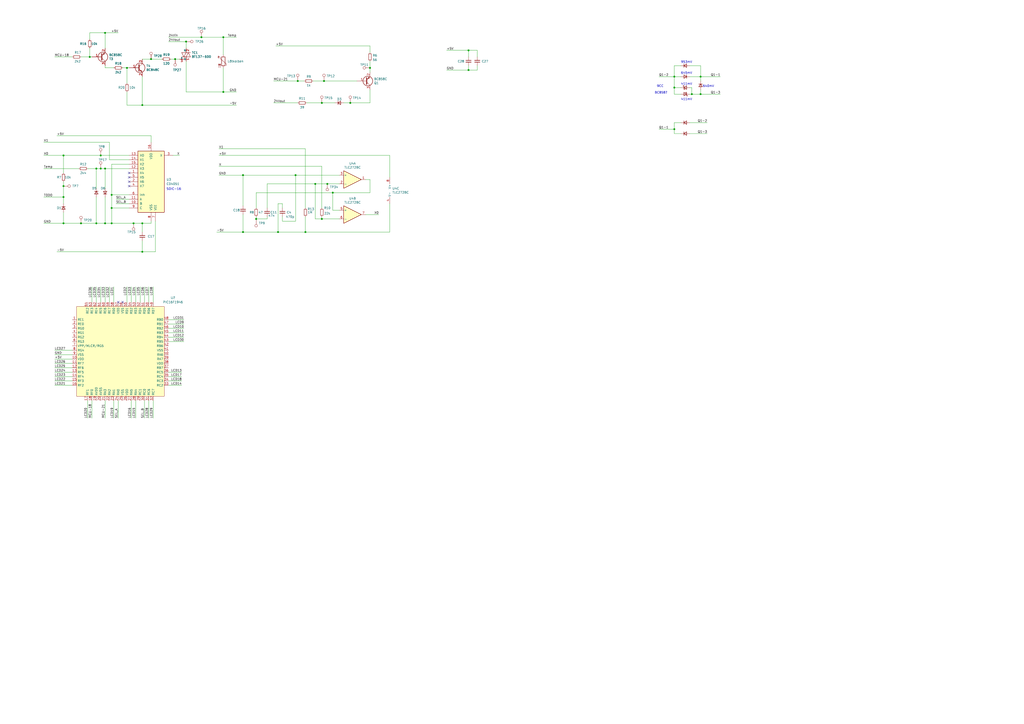
<source format=kicad_sch>
(kicad_sch (version 20211123) (generator eeschema)
  (paper "A2")
  (lib_symbols
    (symbol "Connector:TestPoint" (pin_numbers hide) (pin_names (offset 0.762) hide)
      (property "Reference" "TP" (at 0 6.858 0))
      (property "Value" "TestPoint" (at 0 5.08 0))
      (symbol "TestPoint_0_1"
        (circle (center 0 3.302) (radius 0.762))
      )
      (symbol "TestPoint_1_1"
        (pin passive line (at 0 0 90) (length 2.54) (name "1") (number "1"))
      )
    )
    (symbol "Device:D_Schottky_Small" (pin_numbers hide) (pin_names (offset 0.254) hide)
      (property "Reference" "D" (at -1.27 2.032 0))
      (property "Value" "D_Schottky_Small" (at -7.112 -2.032 0))
      (symbol "D_Schottky_Small_0_1"
        (polyline (pts (xy -0.762 0) (xy 0.762 0)))
        (polyline (pts (xy 0.762 -1.016) (xy -0.762 0) (xy 0.762 1.016) (xy 0.762 -1.016)) (stroke (width 0.254)))
        (polyline (pts (xy -1.27 0.762) (xy -1.27 1.016) (xy -0.762 1.016) (xy -0.762 -1.016) (xy -0.254 -1.016) (xy -0.254 -0.762)) (stroke (width 0.254)))
      )
      (symbol "D_Schottky_Small_1_1"
        (pin passive line (at -2.54 0 0) (length 1.778) (name "K") (number "1"))
        (pin passive line (at 2.54 0 180) (length 1.778) (name "A") (number "2"))
      )
    )
    (symbol "Device:D_Small" (pin_numbers hide) (pin_names (offset 0.254) hide)
      (property "Reference" "D" (at -1.27 2.032 0))
      (property "Value" "D_Small" (at -3.81 -2.032 0))
      (symbol "D_Small_0_1"
        (polyline (pts (xy -0.762 -1.016) (xy -0.762 1.016)) (stroke (width 0.254)))
        (polyline (pts (xy -0.762 0) (xy 0.762 0)))
        (polyline (pts (xy 0.762 -1.016) (xy -0.762 0) (xy 0.762 1.016) (xy 0.762 -1.016)) (stroke (width 0.254)))
      )
      (symbol "D_Small_1_1"
        (pin passive line (at -2.54 0 0) (length 1.778) (name "K") (number "1"))
        (pin passive line (at 2.54 0 180) (length 1.778) (name "A") (number "2"))
      )
    )
    (symbol "Device:R_Small" (pin_numbers hide) (pin_names (offset 0.254) hide)
      (property "Reference" "R" (at 0.762 0.508 0))
      (property "Value" "R_Small" (at 0.762 -1.016 0))
      (symbol "R_Small_0_1"
        (rectangle (start -0.762 1.778) (end 0.762 -1.778) (stroke (width 0.2032)))
      )
      (symbol "R_Small_1_1"
        (pin passive line (at 0 2.54 270) (length 0.762) (name "~") (number "1"))
        (pin passive line (at 0 -2.54 90) (length 0.762) (name "~") (number "2"))
      )
    )
    (symbol "RDS80-rescue:4051-4xxx-RDS80-rescue" (pin_names (offset 1.016))
      (property "Reference" "U" (at -7.62 19.05 0))
      (property "Value" "4051-4xxx-RDS80-rescue" (at -7.62 -19.05 0))
      (symbol "4051-4xxx-RDS80-rescue_1_0"
        (pin passive line (at -12.7 5.08 0) (length 5.08) (name "X4") (number "1"))
        (pin input line (at -12.7 -12.7 0) (length 5.08) (name "B") (number "10"))
        (pin input line (at -12.7 -10.16 0) (length 5.08) (name "A") (number "11"))
        (pin passive line (at -12.7 7.62 0) (length 5.08) (name "X3") (number "12"))
        (pin passive line (at -12.7 15.24 0) (length 5.08) (name "X0") (number "13"))
        (pin passive line (at -12.7 12.7 0) (length 5.08) (name "X1") (number "14"))
        (pin passive line (at -12.7 10.16 0) (length 5.08) (name "X2") (number "15"))
        (pin power_in line (at 0 22.86 270) (length 5.08) (name "VDD") (number "16"))
        (pin passive line (at -12.7 0 0) (length 5.08) (name "X6") (number "2"))
        (pin passive line (at 12.7 15.24 180) (length 5.08) (name "X") (number "3"))
        (pin passive line (at -12.7 -2.54 0) (length 5.08) (name "X7") (number "4"))
        (pin passive line (at -12.7 2.54 0) (length 5.08) (name "X5") (number "5"))
        (pin input line (at -12.7 -7.62 0) (length 5.08) (name "Inh") (number "6"))
        (pin power_in line (at 2.54 -22.86 90) (length 5.08) (name "VEE") (number "7"))
        (pin power_in line (at 0 -22.86 90) (length 5.08) (name "VSS") (number "8"))
        (pin input line (at -12.7 -15.24 0) (length 5.08) (name "C") (number "9"))
      )
      (symbol "4051-4xxx-RDS80-rescue_1_1"
        (rectangle (start -7.62 17.78) (end 7.62 -17.78) (stroke (width 0.254)) (fill (type background)))
      )
    )
    (symbol "RDS80-rescue:C_Small-Device-RDS80-rescue" (pin_numbers hide) (pin_names (offset 0.254) hide)
      (property "Reference" "C" (at 0.254 1.778 0))
      (property "Value" "C_Small-Device-RDS80-rescue" (at 0.254 -2.032 0))
      (symbol "C_Small-Device-RDS80-rescue_0_1"
        (polyline (pts (xy -1.524 -0.508) (xy 1.524 -0.508)) (stroke (width 0.3302)))
        (polyline (pts (xy -1.524 0.508) (xy 1.524 0.508)) (stroke (width 0.3048)))
      )
      (symbol "C_Small-Device-RDS80-rescue_1_1"
        (pin passive line (at 0 2.54 270) (length 2.032) (name "~") (number "1"))
        (pin passive line (at 0 -2.54 90) (length 2.032) (name "~") (number "2"))
      )
    )
    (symbol "RDS80-rescue:D_Small-Device-RDS80-rescue" (pin_numbers hide) (pin_names (offset 0.254) hide)
      (property "Reference" "D" (at -1.27 2.032 0))
      (property "Value" "D_Small-Device-RDS80-rescue" (at -3.81 -2.032 0))
      (symbol "D_Small-Device-RDS80-rescue_0_1"
        (polyline (pts (xy -0.762 -1.016) (xy -0.762 1.016)) (stroke (width 0.254)))
        (polyline (pts (xy -0.762 0) (xy 0.762 0)))
        (polyline (pts (xy 0.762 -1.016) (xy -0.762 0) (xy 0.762 1.016) (xy 0.762 -1.016)) (stroke (width 0.254)))
      )
      (symbol "D_Small-Device-RDS80-rescue_1_1"
        (pin passive line (at -2.54 0 0) (length 1.778) (name "K") (number "1"))
        (pin passive line (at 2.54 0 180) (length 1.778) (name "A") (number "2"))
      )
    )
    (symbol "RDS80-rescue:Q_NPN_BEC-Device-RDS80-rescue" (pin_names (offset 0) hide)
      (property "Reference" "Q" (at 5.08 1.27 0))
      (property "Value" "Q_NPN_BEC-Device-RDS80-rescue" (at 5.08 -1.27 0))
      (symbol "Q_NPN_BEC-Device-RDS80-rescue_0_1"
        (polyline (pts (xy 0.635 0.635) (xy 2.54 2.54)))
        (polyline (pts (xy 0.635 -0.635) (xy 2.54 -2.54) (xy 2.54 -2.54)))
        (polyline (pts (xy 0.635 1.905) (xy 0.635 -1.905) (xy 0.635 -1.905)) (stroke (width 0.508)))
        (polyline (pts (xy 1.27 -1.778) (xy 1.778 -1.27) (xy 2.286 -2.286) (xy 1.27 -1.778) (xy 1.27 -1.778)) (fill (type outline)))
        (circle (center 1.27 0) (radius 2.8194) (stroke (width 0.254)))
      )
      (symbol "Q_NPN_BEC-Device-RDS80-rescue_1_1"
        (pin input line (at -5.08 0 0) (length 5.715) (name "B") (number "1"))
        (pin passive line (at 2.54 -5.08 90) (length 2.54) (name "E") (number "2"))
        (pin passive line (at 2.54 5.08 270) (length 2.54) (name "C") (number "3"))
      )
    )
    (symbol "RDS80-rescue:Q_PNP_BEC-Device-RDS80-rescue" (pin_names (offset 0) hide)
      (property "Reference" "Q" (at 5.08 1.27 0))
      (property "Value" "Q_PNP_BEC-Device-RDS80-rescue" (at 5.08 -1.27 0))
      (symbol "Q_PNP_BEC-Device-RDS80-rescue_0_1"
        (polyline (pts (xy 0.635 0.635) (xy 2.54 2.54)))
        (polyline (pts (xy 0.635 -0.635) (xy 2.54 -2.54) (xy 2.54 -2.54)))
        (polyline (pts (xy 0.635 1.905) (xy 0.635 -1.905) (xy 0.635 -1.905)) (stroke (width 0.508)))
        (polyline (pts (xy 2.286 -1.778) (xy 1.778 -2.286) (xy 1.27 -1.27) (xy 2.286 -1.778) (xy 2.286 -1.778)) (fill (type outline)))
        (circle (center 1.27 0) (radius 2.8194) (stroke (width 0.254)))
      )
      (symbol "Q_PNP_BEC-Device-RDS80-rescue_1_1"
        (pin input line (at -5.08 0 0) (length 5.715) (name "B") (number "1"))
        (pin passive line (at 2.54 -5.08 90) (length 2.54) (name "E") (number "2"))
        (pin passive line (at 2.54 5.08 270) (length 2.54) (name "C") (number "3"))
      )
    )
    (symbol "RDS80-rescue:Q_TRIAC_A1A2G-Device-RDS80-rescue" (pin_names (offset 0))
      (property "Reference" "D" (at 3.175 0.635 0))
      (property "Value" "Q_TRIAC_A1A2G-Device-RDS80-rescue" (at 3.175 -1.27 0))
      (symbol "Q_TRIAC_A1A2G-Device-RDS80-rescue_0_1"
        (polyline (pts (xy -2.54 -1.27) (xy 2.54 -1.27)) (stroke (width 0.2032)))
        (polyline (pts (xy -2.54 1.27) (xy 2.54 1.27)) (stroke (width 0.2032)))
        (polyline (pts (xy -1.27 -2.54) (xy -0.635 -1.27)))
        (polyline (pts (xy -2.54 1.27) (xy -1.27 -1.27) (xy 0 1.27)) (stroke (width 0.2032)))
        (polyline (pts (xy 0 -1.27) (xy 1.27 1.27) (xy 2.54 -1.27)) (stroke (width 0.2032)))
      )
      (symbol "Q_TRIAC_A1A2G-Device-RDS80-rescue_1_1"
        (pin passive line (at 0 -3.81 90) (length 2.54) (name "A1") (number "1"))
        (pin passive line (at 0 3.81 270) (length 2.54) (name "A2") (number "2"))
        (pin input line (at -3.81 -2.54 0) (length 2.54) (name "G") (number "3"))
      )
    )
    (symbol "RDS80-rescue:R_Small-Device-RDS80-rescue" (pin_numbers hide) (pin_names (offset 0.254) hide)
      (property "Reference" "R" (at 0.762 0.508 0))
      (property "Value" "R_Small-Device-RDS80-rescue" (at 0.762 -1.016 0))
      (symbol "R_Small-Device-RDS80-rescue_0_1"
        (rectangle (start -0.762 1.778) (end 0.762 -1.778) (stroke (width 0.2032)))
      )
      (symbol "R_Small-Device-RDS80-rescue_1_1"
        (pin passive line (at 0 2.54 270) (length 0.762) (name "~") (number "1"))
        (pin passive line (at 0 -2.54 90) (length 0.762) (name "~") (number "2"))
      )
    )
    (symbol "RDS80-rescue:TLC272-Amplifier_Operational-RDS80-rescue" (pin_names (offset 0.127))
      (property "Reference" "U" (at 0 5.08 0))
      (property "Value" "TLC272-Amplifier_Operational-RDS80-rescue" (at 0 -5.08 0))
      (symbol "TLC272-Amplifier_Operational-RDS80-rescue_1_1"
        (polyline (pts (xy -5.08 5.08) (xy 5.08 0) (xy -5.08 -5.08) (xy -5.08 5.08)) (stroke (width 0.254)) (fill (type background)))
        (pin output line (at 7.62 0 180) (length 2.54) (name "~") (number "1"))
        (pin input line (at -7.62 -2.54 0) (length 2.54) (name "-") (number "2"))
        (pin input line (at -7.62 2.54 0) (length 2.54) (name "+") (number "3"))
      )
      (symbol "TLC272-Amplifier_Operational-RDS80-rescue_2_1"
        (polyline (pts (xy -5.08 5.08) (xy 5.08 0) (xy -5.08 -5.08) (xy -5.08 5.08)) (stroke (width 0.254)) (fill (type background)))
        (pin input line (at -7.62 2.54 0) (length 2.54) (name "+") (number "5"))
        (pin input line (at -7.62 -2.54 0) (length 2.54) (name "-") (number "6"))
        (pin output line (at 7.62 0 180) (length 2.54) (name "~") (number "7"))
      )
      (symbol "TLC272-Amplifier_Operational-RDS80-rescue_3_1"
        (pin power_in line (at -2.54 -7.62 90) (length 3.81) (name "V-") (number "4"))
        (pin power_in line (at -2.54 7.62 270) (length 3.81) (name "V+") (number "8"))
      )
    )
    (symbol "RDS80-rescue:TestPoint-Connector-RDS80-rescue" (pin_numbers hide) (pin_names (offset 0.762) hide)
      (property "Reference" "TP" (at 0 6.858 0))
      (property "Value" "TestPoint-Connector-RDS80-rescue" (at 0 5.08 0))
      (symbol "TestPoint-Connector-RDS80-rescue_0_1"
        (circle (center 0 3.302) (radius 0.762))
      )
      (symbol "TestPoint-Connector-RDS80-rescue_1_1"
        (pin passive line (at 0 0 90) (length 2.54) (name "1") (number "1"))
      )
    )
    (symbol "RDS80-rescue:Thermistor_PTC-Device-RDS80-rescue" (pin_numbers hide) (pin_names (offset 0))
      (property "Reference" "TH" (at -4.064 0 90))
      (property "Value" "Thermistor_PTC-Device-RDS80-rescue" (at 3.048 0 90))
      (symbol "Thermistor_PTC-Device-RDS80-rescue_0_1"
        (arc (start -3.048 2.159) (mid -3.0505 2.3165) (end -3.175 2.413))
        (arc (start -3.048 2.159) (mid -2.9736 1.9794) (end -2.794 1.905))
        (arc (start -3.048 2.794) (mid -2.9736 2.6144) (end -2.794 2.54))
        (arc (start -2.794 1.905) (mid -2.6144 1.9794) (end -2.54 2.159))
        (arc (start -2.794 2.54) (mid -2.434 2.5608) (end -2.159 2.794))
        (arc (start -2.794 3.048) (mid -2.9736 2.9736) (end -3.048 2.794))
        (arc (start -2.54 2.794) (mid -2.6144 2.9736) (end -2.794 3.048))
        (rectangle (start -1.016 2.54) (end 1.016 -2.54) (stroke (width 0.254)))
        (polyline (pts (xy -2.54 2.159) (xy -2.54 2.794)))
        (polyline (pts (xy -1.778 2.54) (xy -1.778 1.524) (xy 1.778 -1.524) (xy 1.778 -2.54)))
        (polyline (pts (xy -2.54 -3.683) (xy -2.54 -1.397) (xy -2.794 -2.159) (xy -2.286 -2.159) (xy -2.54 -1.397) (xy -2.54 -1.651)) (fill (type outline)))
        (polyline (pts (xy -1.778 -3.683) (xy -1.778 -1.397) (xy -2.032 -2.159) (xy -1.524 -2.159) (xy -1.778 -1.397) (xy -1.778 -1.651)) (fill (type outline)))
      )
      (symbol "Thermistor_PTC-Device-RDS80-rescue_1_1"
        (pin passive line (at 0 3.81 270) (length 1.27) (name "~") (number "1"))
        (pin passive line (at 0 -3.81 90) (length 1.27) (name "~") (number "2"))
      )
    )
    (symbol "em:PIC16F1946"
      (property "Reference" "U" (at 0 -24.13 0))
      (property "Value" "PIC16F1946" (at 0 -21.59 0))
      (symbol "PIC16F1946_0_1"
        (rectangle (start -25.4 -8.89) (end 25.4 -60.96) (stroke (width 0.1524)) (fill (type background)))
      )
      (symbol "PIC16F1946_1_1"
        (pin bidirectional line (at -27.94 -16.51 0) (length 2.54) (name "RE1") (number "1"))
        (pin power_in line (at -27.94 -39.37 0) (length 2.54) (name "VDD") (number "10"))
        (pin bidirectional line (at -27.94 -41.91 0) (length 2.54) (name "RF7") (number "11"))
        (pin bidirectional line (at -27.94 -44.45 0) (length 2.54) (name "RF6") (number "12"))
        (pin bidirectional line (at -27.94 -46.99 0) (length 2.54) (name "RF5") (number "13"))
        (pin bidirectional line (at -27.94 -49.53 0) (length 2.54) (name "RF4") (number "14"))
        (pin bidirectional line (at -27.94 -52.07 0) (length 2.54) (name "RF3") (number "15"))
        (pin bidirectional line (at -27.94 -54.61 0) (length 2.54) (name "RF2") (number "16"))
        (pin bidirectional line (at -19.05 -63.5 90) (length 2.54) (name "RF1") (number "17"))
        (pin bidirectional line (at -16.51 -63.5 90) (length 2.54) (name "RF0") (number "18"))
        (pin power_in line (at -13.97 -63.5 90) (length 2.54) (name "AVDD") (number "19"))
        (pin bidirectional line (at -27.94 -19.05 0) (length 2.54) (name "RE0") (number "2"))
        (pin power_in line (at -11.43 -63.5 90) (length 2.54) (name "AVSS") (number "20"))
        (pin bidirectional line (at -8.89 -63.5 90) (length 2.54) (name "RA3") (number "21"))
        (pin bidirectional line (at -6.35 -63.5 90) (length 2.54) (name "RA2") (number "22"))
        (pin bidirectional line (at -3.81 -63.5 90) (length 2.54) (name "RA1") (number "23"))
        (pin bidirectional line (at -1.27 -63.5 90) (length 2.54) (name "RA0") (number "24"))
        (pin power_in line (at 1.27 -63.5 90) (length 2.54) (name "VSS") (number "25"))
        (pin power_in line (at 3.81 -63.5 90) (length 2.54) (name "VDD") (number "26"))
        (pin bidirectional line (at 6.35 -63.5 90) (length 2.54) (name "RA5") (number "27"))
        (pin bidirectional line (at 8.89 -63.5 90) (length 2.54) (name "RA4") (number "28"))
        (pin bidirectional line (at 11.43 -63.5 90) (length 2.54) (name "RC1") (number "29"))
        (pin bidirectional line (at -27.94 -21.59 0) (length 2.54) (name "RG0") (number "3"))
        (pin bidirectional line (at 13.97 -63.5 90) (length 2.54) (name "RC0") (number "30"))
        (pin bidirectional line (at 16.51 -63.5 90) (length 2.54) (name "RC6") (number "31"))
        (pin bidirectional line (at 19.05 -63.5 90) (length 2.54) (name "RC7") (number "32"))
        (pin bidirectional line (at 27.94 -54.61 180) (length 2.54) (name "RC2") (number "33"))
        (pin bidirectional line (at 27.94 -52.07 180) (length 2.54) (name "RC3") (number "34"))
        (pin bidirectional line (at 27.94 -49.53 180) (length 2.54) (name "RC4") (number "35"))
        (pin bidirectional line (at 27.94 -46.99 180) (length 2.54) (name "RC5") (number "36"))
        (pin bidirectional line (at 27.94 -44.45 180) (length 2.54) (name "RB7") (number "37"))
        (pin power_in line (at 27.94 -41.91 180) (length 2.54) (name "VDD") (number "38"))
        (pin bidirectional line (at 27.94 -39.37 180) (length 2.54) (name "RA7") (number "39"))
        (pin bidirectional line (at -27.94 -24.13 0) (length 2.54) (name "RG1") (number "4"))
        (pin bidirectional line (at 27.94 -36.83 180) (length 2.54) (name "RA6") (number "40"))
        (pin power_in line (at 27.94 -34.29 180) (length 2.54) (name "VSS") (number "41"))
        (pin bidirectional line (at 27.94 -31.75 180) (length 2.54) (name "RB6") (number "42"))
        (pin bidirectional line (at 27.94 -29.21 180) (length 2.54) (name "RB5") (number "43"))
        (pin bidirectional line (at 27.94 -26.67 180) (length 2.54) (name "RB4") (number "44"))
        (pin bidirectional line (at 27.94 -24.13 180) (length 2.54) (name "RB3") (number "45"))
        (pin bidirectional line (at 27.94 -21.59 180) (length 2.54) (name "RB2") (number "46"))
        (pin bidirectional line (at 27.94 -19.05 180) (length 2.54) (name "RB1") (number "47"))
        (pin bidirectional line (at 27.94 -16.51 180) (length 2.54) (name "RB0") (number "48"))
        (pin bidirectional line (at 19.05 -6.35 270) (length 2.54) (name "RD7") (number "49"))
        (pin bidirectional line (at -27.94 -26.67 0) (length 2.54) (name "RG2") (number "5"))
        (pin bidirectional line (at 16.51 -6.35 270) (length 2.54) (name "RD6") (number "50"))
        (pin bidirectional line (at 13.97 -6.35 270) (length 2.54) (name "RD5") (number "51"))
        (pin bidirectional line (at 11.43 -6.35 270) (length 2.54) (name "RD4") (number "52"))
        (pin bidirectional line (at 8.89 -6.35 270) (length 2.54) (name "RD3") (number "53"))
        (pin bidirectional line (at 6.35 -6.35 270) (length 2.54) (name "RD2") (number "54"))
        (pin bidirectional line (at 3.81 -6.35 270) (length 2.54) (name "RD1") (number "55"))
        (pin power_in line (at 1.27 -6.35 270) (length 2.54) (name "VSS") (number "56"))
        (pin power_in line (at -1.27 -6.35 270) (length 2.54) (name "VDD") (number "57"))
        (pin bidirectional line (at -3.81 -6.35 270) (length 2.54) (name "RD0") (number "58"))
        (pin bidirectional line (at -6.35 -6.35 270) (length 2.54) (name "RE7") (number "59"))
        (pin bidirectional line (at -27.94 -29.21 0) (length 2.54) (name "RG3") (number "6"))
        (pin bidirectional line (at -8.89 -6.35 270) (length 2.54) (name "RE6") (number "60"))
        (pin bidirectional line (at -11.43 -6.35 270) (length 2.54) (name "RE5") (number "61"))
        (pin bidirectional line (at -13.97 -6.35 270) (length 2.54) (name "RE4") (number "62"))
        (pin bidirectional line (at -16.51 -6.35 270) (length 2.54) (name "RE3") (number "63"))
        (pin bidirectional line (at -19.05 -6.35 270) (length 2.54) (name "RE2") (number "64"))
        (pin bidirectional line (at -27.94 -31.75 0) (length 2.54) (name "VPP/MLCR/RG5") (number "7"))
        (pin bidirectional line (at -27.94 -34.29 0) (length 2.54) (name "RG4") (number "8"))
        (pin power_in line (at -27.94 -36.83 0) (length 2.54) (name "VSS") (number "9"))
      )
    )
  )
  (junction (at 82.55 129.54))
  (junction (at 101.6 34.29))
  (junction (at 129.54 21.59))
  (junction (at 186.69 127))
  (junction (at 36.83 90.17))
  (junction (at 140.97 134.62))
  (junction (at 193.04 111.76))
  (junction (at 36.83 114.3))
  (junction (at 172.72 46.99))
  (junction (at 60.96 97.79))
  (junction (at 55.88 129.54))
  (junction (at 107.95 24.13))
  (junction (at 391.16 50.8))
  (junction (at 36.83 107.95))
  (junction (at 52.07 33.02))
  (junction (at 77.47 129.54))
  (junction (at 189.865 106.68))
  (junction (at 55.88 97.79))
  (junction (at 271.78 40.64))
  (junction (at 161.29 134.62))
  (junction (at 73.66 39.37))
  (junction (at 87.63 34.29))
  (junction (at 187.96 46.99))
  (junction (at 148.59 127))
  (junction (at 401.32 54.61))
  (junction (at 391.16 44.45))
  (junction (at 64.77 129.54))
  (junction (at 116.84 21.59))
  (junction (at 36.83 129.54))
  (junction (at 406.4 54.61))
  (junction (at 129.54 53.34))
  (junction (at 391.16 74.93))
  (junction (at 271.78 29.21))
  (junction (at 406.4 44.45))
  (junction (at 186.69 59.69))
  (junction (at 140.97 101.6))
  (junction (at 60.96 129.54))
  (junction (at 203.2 59.69))
  (junction (at 214.63 39.37))
  (junction (at 60.96 19.05))
  (junction (at 182.88 106.68))
  (junction (at 171.45 101.6))
  (junction (at 177.165 134.62))
  (junction (at 58.42 97.79))
  (junction (at 64.77 113.03))
  (junction (at 64.77 120.65))
  (junction (at 82.55 60.96))
  (junction (at 46.99 129.54))
  (junction (at 58.42 90.17))
  (junction (at 82.55 146.05))
  (no_connect (at 74.93 100.33))
  (no_connect (at 74.93 105.41))
  (no_connect (at 74.93 102.87))
  (no_connect (at 74.93 107.95))
  (no_connect (at 68.58 175.26))
  (no_connect (at 71.12 175.26))
  (wire (pts (xy 64.77 120.65) (xy 64.77 129.54)))
  (wire (pts (xy 177.165 134.62) (xy 226.06 134.62)))
  (wire (pts (xy 259.08 29.21) (xy 271.78 29.21)))
  (wire (pts (xy 391.16 50.8) (xy 391.16 44.45)))
  (wire (pts (xy 68.58 232.41) (xy 68.58 242.57)))
  (wire (pts (xy 177.165 125.73) (xy 177.165 134.62)))
  (wire (pts (xy 107.95 53.34) (xy 129.54 53.34)))
  (wire (pts (xy 140.97 101.6) (xy 171.45 101.6)))
  (wire (pts (xy 400.05 71.12) (xy 410.21 71.12)))
  (wire (pts (xy 50.8 232.41) (xy 50.8 242.57)))
  (wire (pts (xy 36.83 129.54) (xy 25.4 129.54)))
  (wire (pts (xy 31.75 205.74) (xy 41.91 205.74)))
  (wire (pts (xy 391.16 44.45) (xy 394.97 44.45)))
  (wire (pts (xy 87.63 129.54) (xy 82.55 129.54)))
  (wire (pts (xy 86.36 166.37) (xy 86.36 175.26)))
  (wire (pts (xy 73.66 166.37) (xy 73.66 175.26)))
  (wire (pts (xy 171.45 128.27) (xy 163.83 128.27)))
  (wire (pts (xy 36.83 129.54) (xy 46.99 129.54)))
  (wire (pts (xy 64.77 113.03) (xy 74.93 113.03)))
  (wire (pts (xy 52.07 33.02) (xy 53.34 33.02)))
  (wire (pts (xy 154.94 125.73) (xy 154.94 127)))
  (wire (pts (xy 193.04 111.76) (xy 214.63 111.76)))
  (wire (pts (xy 271.78 29.21) (xy 271.78 33.02)))
  (wire (pts (xy 148.59 125.73) (xy 148.59 127)))
  (wire (pts (xy 76.2 166.37) (xy 76.2 175.26)))
  (wire (pts (xy 214.63 104.14) (xy 212.09 104.14)))
  (wire (pts (xy 391.16 77.47) (xy 394.97 77.47)))
  (wire (pts (xy 53.34 166.37) (xy 53.34 175.26)))
  (wire (pts (xy 63.5 92.71) (xy 63.5 82.55)))
  (wire (pts (xy 71.12 39.37) (xy 73.66 39.37)))
  (wire (pts (xy 83.82 166.37) (xy 83.82 175.26)))
  (wire (pts (xy 60.96 19.05) (xy 68.58 19.05)))
  (wire (pts (xy 41.91 33.02) (xy 31.75 33.02)))
  (wire (pts (xy 148.59 111.76) (xy 193.04 111.76)))
  (wire (pts (xy 127 96.52) (xy 186.69 96.52)))
  (wire (pts (xy 97.79 223.52) (xy 105.41 223.52)))
  (wire (pts (xy 76.2 232.41) (xy 76.2 242.57)))
  (wire (pts (xy 64.77 129.54) (xy 77.47 129.54)))
  (wire (pts (xy 177.8 59.69) (xy 186.69 59.69)))
  (wire (pts (xy 226.06 118.11) (xy 226.06 134.62)))
  (wire (pts (xy 163.83 118.11) (xy 161.29 118.11)))
  (wire (pts (xy 271.78 40.64) (xy 276.86 40.64)))
  (wire (pts (xy 382.27 74.93) (xy 391.16 74.93)))
  (wire (pts (xy 214.63 111.76) (xy 214.63 104.14)))
  (wire (pts (xy 50.8 97.79) (xy 55.88 97.79)))
  (wire (pts (xy 193.04 121.92) (xy 196.85 121.92)))
  (wire (pts (xy 60.96 27.94) (xy 60.96 19.05)))
  (wire (pts (xy 125.73 134.62) (xy 140.97 134.62)))
  (wire (pts (xy 60.96 232.41) (xy 60.96 242.57)))
  (wire (pts (xy 88.9 232.41) (xy 88.9 242.57)))
  (wire (pts (xy 182.88 106.68) (xy 189.865 106.68)))
  (wire (pts (xy 97.79 220.98) (xy 105.41 220.98)))
  (wire (pts (xy 406.4 38.1) (xy 406.4 44.45)))
  (wire (pts (xy 53.34 232.41) (xy 53.34 242.57)))
  (wire (pts (xy 81.28 166.37) (xy 81.28 175.26)))
  (wire (pts (xy 64.77 113.03) (xy 64.77 120.65)))
  (wire (pts (xy 60.96 175.26) (xy 60.96 166.37)))
  (wire (pts (xy 67.31 115.57) (xy 74.93 115.57)))
  (wire (pts (xy 391.16 38.1) (xy 391.16 44.45)))
  (wire (pts (xy 400.05 44.45) (xy 406.4 44.45)))
  (wire (pts (xy 82.55 129.54) (xy 82.55 134.62)))
  (wire (pts (xy 129.54 53.34) (xy 137.16 53.34)))
  (wire (pts (xy 55.88 114.3) (xy 55.88 129.54)))
  (wire (pts (xy 203.2 59.69) (xy 214.63 59.69)))
  (wire (pts (xy 394.97 54.61) (xy 391.16 54.61)))
  (wire (pts (xy 186.69 125.73) (xy 186.69 127)))
  (wire (pts (xy 154.94 106.68) (xy 154.94 120.65)))
  (wire (pts (xy 97.79 198.12) (xy 106.68 198.12)))
  (wire (pts (xy 97.79 185.42) (xy 106.68 185.42)))
  (wire (pts (xy 171.45 101.6) (xy 171.45 128.27)))
  (wire (pts (xy 87.63 34.29) (xy 82.55 34.29)))
  (wire (pts (xy 36.83 123.19) (xy 36.83 129.54)))
  (wire (pts (xy 63.5 92.71) (xy 74.93 92.71)))
  (wire (pts (xy 406.4 44.45) (xy 417.83 44.45)))
  (wire (pts (xy 97.79 21.59) (xy 116.84 21.59)))
  (wire (pts (xy 31.75 208.28) (xy 41.91 208.28)))
  (wire (pts (xy 158.75 59.69) (xy 172.72 59.69)))
  (wire (pts (xy 116.84 21.59) (xy 129.54 21.59)))
  (wire (pts (xy 66.04 39.37) (xy 60.96 39.37)))
  (wire (pts (xy 64.77 120.65) (xy 74.93 120.65)))
  (wire (pts (xy 189.865 106.68) (xy 196.85 106.68)))
  (wire (pts (xy 31.75 218.44) (xy 41.91 218.44)))
  (wire (pts (xy 36.83 90.17) (xy 58.42 90.17)))
  (wire (pts (xy 97.79 215.9) (xy 105.41 215.9)))
  (wire (pts (xy 193.04 121.92) (xy 193.04 111.76)))
  (wire (pts (xy 55.88 129.54) (xy 46.99 129.54)))
  (wire (pts (xy 107.95 35.56) (xy 107.95 53.34)))
  (wire (pts (xy 90.17 146.05) (xy 82.55 146.05)))
  (wire (pts (xy 36.83 114.3) (xy 36.83 118.11)))
  (wire (pts (xy 100.33 90.17) (xy 104.14 90.17)))
  (wire (pts (xy 259.08 40.64) (xy 271.78 40.64)))
  (wire (pts (xy 401.32 54.61) (xy 400.05 54.61)))
  (wire (pts (xy 148.59 120.65) (xy 148.59 111.76)))
  (wire (pts (xy 74.93 95.25) (xy 64.77 95.25)))
  (wire (pts (xy 182.88 127) (xy 186.69 127)))
  (wire (pts (xy 31.75 213.36) (xy 41.91 213.36)))
  (wire (pts (xy 186.69 96.52) (xy 186.69 120.65)))
  (wire (pts (xy 101.6 34.29) (xy 104.14 34.29)))
  (wire (pts (xy 46.99 33.02) (xy 52.07 33.02)))
  (wire (pts (xy 73.66 48.26) (xy 73.66 39.37)))
  (wire (pts (xy 87.63 128.27) (xy 87.63 129.54)))
  (wire (pts (xy 140.97 134.62) (xy 161.29 134.62)))
  (wire (pts (xy 214.63 30.48) (xy 214.63 26.67)))
  (wire (pts (xy 82.55 44.45) (xy 82.55 60.96)))
  (wire (pts (xy 406.4 52.07) (xy 406.4 54.61)))
  (wire (pts (xy 394.97 38.1) (xy 391.16 38.1)))
  (wire (pts (xy 60.96 97.79) (xy 74.93 97.79)))
  (wire (pts (xy 226.06 90.17) (xy 226.06 102.87)))
  (wire (pts (xy 36.83 105.41) (xy 36.83 107.95)))
  (wire (pts (xy 60.96 129.54) (xy 55.88 129.54)))
  (wire (pts (xy 73.66 39.37) (xy 74.93 39.37)))
  (wire (pts (xy 73.66 60.96) (xy 73.66 53.34)))
  (wire (pts (xy 66.04 232.41) (xy 66.04 242.57)))
  (wire (pts (xy 401.32 54.61) (xy 406.4 54.61)))
  (wire (pts (xy 382.27 44.45) (xy 391.16 44.45)))
  (wire (pts (xy 58.42 90.17) (xy 74.93 90.17)))
  (wire (pts (xy 391.16 50.8) (xy 394.97 50.8)))
  (wire (pts (xy 154.94 127) (xy 148.59 127)))
  (wire (pts (xy 212.09 124.46) (xy 219.71 124.46)))
  (wire (pts (xy 88.9 166.37) (xy 88.9 175.26)))
  (wire (pts (xy 82.55 146.05) (xy 33.02 146.05)))
  (wire (pts (xy 391.16 74.93) (xy 391.16 77.47)))
  (wire (pts (xy 129.54 53.34) (xy 129.54 39.37)))
  (wire (pts (xy 391.16 54.61) (xy 391.16 50.8)))
  (wire (pts (xy 276.86 33.02) (xy 276.86 29.21)))
  (wire (pts (xy 400.05 38.1) (xy 406.4 38.1)))
  (wire (pts (xy 391.16 71.12) (xy 391.16 74.93)))
  (wire (pts (xy 137.16 21.59) (xy 129.54 21.59)))
  (wire (pts (xy 87.63 78.74) (xy 33.02 78.74)))
  (wire (pts (xy 186.69 59.69) (xy 194.31 59.69)))
  (wire (pts (xy 140.97 101.6) (xy 140.97 119.38)))
  (wire (pts (xy 52.07 19.05) (xy 60.96 19.05)))
  (wire (pts (xy 400.05 77.47) (xy 410.21 77.47)))
  (wire (pts (xy 177.165 120.65) (xy 177.165 86.36)))
  (wire (pts (xy 36.83 90.17) (xy 36.83 100.33)))
  (wire (pts (xy 58.42 166.37) (xy 58.42 175.26)))
  (wire (pts (xy 99.06 34.29) (xy 101.6 34.29)))
  (wire (pts (xy 97.79 187.96) (xy 106.68 187.96)))
  (wire (pts (xy 186.69 127) (xy 196.85 127)))
  (wire (pts (xy 31.75 203.2) (xy 41.91 203.2)))
  (wire (pts (xy 161.29 134.62) (xy 177.165 134.62)))
  (wire (pts (xy 45.72 97.79) (xy 25.4 97.79)))
  (wire (pts (xy 63.5 82.55) (xy 25.4 82.55)))
  (wire (pts (xy 78.74 232.41) (xy 78.74 242.57)))
  (wire (pts (xy 36.83 107.95) (xy 36.83 114.3)))
  (wire (pts (xy 107.95 27.94) (xy 107.95 24.13)))
  (wire (pts (xy 31.75 210.82) (xy 41.91 210.82)))
  (wire (pts (xy 52.07 27.94) (xy 52.07 33.02)))
  (wire (pts (xy 406.4 44.45) (xy 406.4 46.99)))
  (wire (pts (xy 181.61 46.99) (xy 187.96 46.99)))
  (wire (pts (xy 161.29 118.11) (xy 161.29 134.62)))
  (wire (pts (xy 55.88 97.79) (xy 58.42 97.79)))
  (wire (pts (xy 177.165 86.36) (xy 127 86.36)))
  (wire (pts (xy 276.86 29.21) (xy 271.78 29.21)))
  (wire (pts (xy 226.06 90.17) (xy 127 90.17)))
  (wire (pts (xy 60.96 39.37) (xy 60.96 38.1)))
  (wire (pts (xy 52.07 19.05) (xy 52.07 22.86)))
  (wire (pts (xy 36.83 90.17) (xy 25.4 90.17)))
  (wire (pts (xy 60.96 109.22) (xy 60.96 97.79)))
  (wire (pts (xy 87.63 82.55) (xy 87.63 78.74)))
  (wire (pts (xy 55.88 166.37) (xy 55.88 175.26)))
  (wire (pts (xy 401.32 50.8) (xy 400.05 50.8)))
  (wire (pts (xy 129.54 21.59) (xy 129.54 31.75)))
  (wire (pts (xy 82.55 129.54) (xy 77.47 129.54)))
  (wire (pts (xy 55.88 109.22) (xy 55.88 97.79)))
  (wire (pts (xy 31.75 223.52) (xy 41.91 223.52)))
  (wire (pts (xy 163.83 125.73) (xy 163.83 128.27)))
  (wire (pts (xy 31.75 215.9) (xy 41.91 215.9)))
  (wire (pts (xy 107.95 24.13) (xy 97.79 24.13)))
  (wire (pts (xy 214.63 52.07) (xy 214.63 59.69)))
  (wire (pts (xy 172.72 46.99) (xy 158.75 46.99)))
  (wire (pts (xy 148.59 127) (xy 148.59 127.635)))
  (wire (pts (xy 97.79 218.44) (xy 105.41 218.44)))
  (wire (pts (xy 60.96 114.3) (xy 60.96 129.54)))
  (wire (pts (xy 172.72 46.99) (xy 176.53 46.99)))
  (wire (pts (xy 97.79 193.04) (xy 106.68 193.04)))
  (wire (pts (xy 82.55 60.96) (xy 137.16 60.96)))
  (wire (pts (xy 140.97 124.46) (xy 140.97 134.62)))
  (wire (pts (xy 214.63 26.67) (xy 160.02 26.67)))
  (wire (pts (xy 182.88 127) (xy 182.88 106.68)))
  (wire (pts (xy 67.31 118.11) (xy 74.93 118.11)))
  (wire (pts (xy 66.04 166.37) (xy 66.04 175.26)))
  (wire (pts (xy 187.96 46.99) (xy 207.01 46.99)))
  (wire (pts (xy 82.55 139.7) (xy 82.55 146.05)))
  (wire (pts (xy 127 101.6) (xy 140.97 101.6)))
  (wire (pts (xy 406.4 54.61) (xy 417.83 54.61)))
  (wire (pts (xy 41.91 220.98) (xy 31.75 220.98)))
  (wire (pts (xy 276.86 40.64) (xy 276.86 38.1)))
  (wire (pts (xy 36.83 114.3) (xy 25.4 114.3)))
  (wire (pts (xy 271.78 38.1) (xy 271.78 40.64)))
  (wire (pts (xy 163.83 120.65) (xy 163.83 118.11)))
  (wire (pts (xy 199.39 59.69) (xy 203.2 59.69)))
  (wire (pts (xy 97.79 195.58) (xy 106.68 195.58)))
  (wire (pts (xy 90.17 128.27) (xy 90.17 146.05)))
  (wire (pts (xy 58.42 97.79) (xy 60.96 97.79)))
  (wire (pts (xy 64.77 113.03) (xy 64.77 95.25)))
  (wire (pts (xy 154.94 106.68) (xy 182.88 106.68)))
  (wire (pts (xy 73.66 60.96) (xy 82.55 60.96)))
  (wire (pts (xy 63.5 166.37) (xy 63.5 175.26)))
  (wire (pts (xy 78.74 166.37) (xy 78.74 175.26)))
  (wire (pts (xy 214.63 35.56) (xy 214.63 39.37)))
  (wire (pts (xy 64.77 129.54) (xy 60.96 129.54)))
  (wire (pts (xy 171.45 101.6) (xy 196.85 101.6)))
  (wire (pts (xy 401.32 50.8) (xy 401.32 54.61)))
  (wire (pts (xy 214.63 39.37) (xy 214.63 41.91)))
  (wire (pts (xy 97.79 190.5) (xy 106.68 190.5)))
  (wire (pts (xy 93.98 34.29) (xy 87.63 34.29)))
  (wire (pts (xy 83.82 232.41) (xy 83.82 242.57)))
  (wire (pts (xy 86.36 232.41) (xy 86.36 242.57)))
  (wire (pts (xy 394.97 71.12) (xy 391.16 71.12)))
  (text "9CC" (at 381 50.8 0) (effects (font (size 1.27 1.27)) (justify left bottom)))
  (text "640mV" (at 407.67 50.8 0) (effects (font (size 1.27 1.27)) (justify left bottom)))
  (text "411mV" (at 394.97 58.42 0) (effects (font (size 1.27 1.27)) (justify left bottom)))
  (text "645mV" (at 394.97 43.18 0) (effects (font (size 1.27 1.27)) (justify left bottom)))
  (text "SOIC-16" (at 96.52 110.49 0) (effects (font (size 1.27 1.27)) (justify left bottom)))
  (text "BC858?" (at 379.73 54.61 0) (effects (font (size 1.27 1.27)) (justify left bottom)))
  (text "411mV" (at 394.97 49.53 0) (effects (font (size 1.27 1.27)) (justify left bottom)))
  (text "953mV" (at 394.97 36.83 0) (effects (font (size 1.27 1.27)) (justify left bottom)))
  (label "LCD23" (at 31.75 218.44 0))
  (label "LCD5" (at 81.28 166.37 270))
  (label "GND" (at 259.08 40.64 0))
  (label "LCD3" (at 76.2 166.37 270))
  (label "Q1-3" (at 417.83 54.61 180))
  (label "Q1-3" (at 410.21 77.47 180))
  (label "Q1-2" (at 410.21 71.12 180))
  (label "LCD31" (at 106.68 185.42 180))
  (label "LCD19" (at 66.04 242.57 90))
  (label "LCD8" (at 88.9 166.37 270))
  (label "+5V" (at 31.75 208.28 0))
  (label "Temp" (at 137.16 21.59 180))
  (label "LCD2" (at 73.66 166.37 270))
  (label "Q1-2" (at 382.27 44.45 0))
  (label "LCD13" (at 105.41 215.9 180))
  (label "24Vout" (at 97.79 24.13 0))
  (label "+5V" (at 127 90.17 0))
  (label "LCD17" (at 105.41 218.44 180))
  (label "+5V" (at 160.02 26.67 0))
  (label "LCD26" (at 31.75 210.82 0))
  (label "24Vout" (at 158.75 59.69 0))
  (label "LCD10" (at 106.68 190.5 180))
  (label "LCD1" (at 66.04 166.37 270))
  (label "X1" (at 127 86.36 0))
  (label "LCD34" (at 58.42 166.37 270))
  (label "SEL_A" (at 67.31 115.57 0))
  (label "24Vin" (at 97.79 21.59 0))
  (label "MCU-18" (at 53.34 242.57 90))
  (label "LCD28" (at 86.36 242.57 90))
  (label "GND" (at 127 101.6 0))
  (label "X" (at 104.14 90.17 180))
  (label "Q1-1" (at 382.27 74.93 0))
  (label "LCD15" (at 78.74 242.57 90))
  (label "LCD24" (at 31.75 215.9 0))
  (label "SEL_B" (at 67.31 118.11 0))
  (label "LCD7" (at 86.36 166.37 270))
  (label "GND" (at 137.16 53.34 180))
  (label "Q1-1" (at 417.83 44.45 180))
  (label "LCD20" (at 50.8 242.57 90))
  (label "MCU-21" (at 158.75 46.99 0))
  (label "LCD29" (at 88.9 242.57 90))
  (label "LCD22" (at 31.75 220.98 0))
  (label "+5V" (at 259.08 29.21 0))
  (label "SEL_A" (at 68.58 242.57 90))
  (label "LCD9" (at 106.68 187.96 180))
  (label "LCD35" (at 55.88 166.37 270))
  (label "X0" (at 25.4 90.17 0))
  (label "GND" (at 31.75 205.74 0))
  (label "LCD25" (at 31.75 213.36 0))
  (label "LCD32" (at 63.5 166.37 270))
  (label "X0" (at 219.71 124.46 180))
  (label "-5V" (at 33.02 146.05 0))
  (label "MCU-18" (at 31.75 33.02 0))
  (label "LCD16" (at 76.2 242.57 90))
  (label "MCU-21" (at 60.96 242.57 90))
  (label "GND" (at 25.4 129.54 0))
  (label "TODO" (at 25.4 114.3 0))
  (label "LCD12" (at 106.68 195.58 180))
  (label "-5V" (at 137.16 60.96 180))
  (label "-5V" (at 125.73 134.62 0))
  (label "+5V" (at 68.58 19.05 180))
  (label "LCD11" (at 106.68 193.04 180))
  (label "LCD30" (at 106.68 198.12 180))
  (label "LCD36" (at 53.34 166.37 270))
  (label "+5V" (at 33.02 78.74 0))
  (label "LCD27" (at 31.75 203.2 0))
  (label "LCD6" (at 83.82 166.37 270))
  (label "LCD4" (at 78.74 166.37 270))
  (label "LCD33" (at 60.96 166.37 270))
  (label "SEL_B" (at 83.82 242.57 90))
  (label "LCD18" (at 105.41 220.98 180))
  (label "LCD21" (at 31.75 223.52 0))
  (label "X" (at 127 96.52 0))
  (label "X1" (at 25.4 82.55 0))
  (label "LCD14" (at 105.41 223.52 180))
  (label "Temp" (at 25.4 97.79 0))
  (symbol (lib_id "RDS80-rescue:Q_TRIAC_A1A2G-Device-RDS80-rescue") (at 107.95 31.75 0) (unit 1)
    (property "Reference" "TC1" (at 111.2012 30.5816 0) (effects (justify left)))
    (property "Value" "BT137-600" (at 111.2012 32.893 0) (effects (justify left)))
  )
  (symbol (lib_id "RDS80-rescue:R_Small-Device-RDS80-rescue") (at 96.52 34.29 270) (unit 1)
    (property "Reference" "R19" (at 96.52 31.75 90))
    (property "Value" "120" (at 96.52 36.83 90))
  )
  (symbol (lib_id "RDS80-rescue:Thermistor_PTC-Device-RDS80-rescue") (at 129.54 35.56 0) (unit 1)
    (property "Reference" "TH?" (effects hide))
    (property "Value" "Lötkolben" (at 132.0038 35.56 0) (effects (justify left)))
  )
  (symbol (lib_id "RDS80-rescue:R_Small-Device-RDS80-rescue") (at 48.26 97.79 270) (unit 1)
    (property "Reference" "R12" (at 48.26 95.25 90))
    (property "Value" "2k4" (at 48.26 100.33 90))
  )
  (symbol (lib_id "RDS80-rescue:4051-4xxx-RDS80-rescue") (at 87.63 105.41 0) (unit 1)
    (property "Reference" "U3" (at 96.52 104.14 0) (effects (justify left)))
    (property "Value" "CD4051" (at 96.52 106.68 0) (effects (justify left)))
    (property "Datasheet" "http://www.intersil.com/content/dam/Intersil/documents/cd40/cd4051bms-52bms-53bms.pdf" (effects hide))
  )
  (symbol (lib_id "RDS80-rescue:R_Small-Device-RDS80-rescue") (at 186.69 123.19 0) (unit 1)
    (property "Reference" "R10" (at 189.865 120.65 0))
    (property "Value" "22k" (at 189.865 123.825 0))
  )
  (symbol (lib_id "RDS80-rescue:C_Small-Device-RDS80-rescue") (at 163.83 123.19 180) (unit 1)
    (property "Reference" "C4" (at 167.64 123.19 0))
    (property "Value" "470p" (at 168.275 125.73 0))
  )
  (symbol (lib_id "RDS80-rescue:C_Small-Device-RDS80-rescue") (at 276.86 35.56 0) (mirror x) (unit 1)
    (property "Reference" "C27" (at 279.4 35.56 0) (effects (justify left)))
    (property "Value" "TODO" (effects hide))
  )
  (symbol (lib_id "RDS80-rescue:Q_NPN_BEC-Device-RDS80-rescue") (at 80.01 39.37 0) (unit 1)
    (property "Reference" "T4" (at 84.8614 38.2016 0) (effects (justify left)))
    (property "Value" "BC848C" (at 84.8614 40.513 0) (effects (justify left)))
  )
  (symbol (lib_id "RDS80-rescue:TLC272-Amplifier_Operational-RDS80-rescue") (at 204.47 104.14 0) (unit 1)
    (property "Reference" "U4" (at 204.47 94.8182 0))
    (property "Value" "TLC272BC" (at 204.47 97.1296 0))
    (property "Datasheet" "http://www.ti.com/lit/ds/symlink/tlc272.pdf" (effects hide))
  )
  (symbol (lib_id "RDS80-rescue:TLC272-Amplifier_Operational-RDS80-rescue") (at 204.47 124.46 0) (unit 2)
    (property "Reference" "U4" (at 204.47 115.1382 0))
    (property "Value" "TLC272BC" (at 204.47 117.4496 0))
    (property "Datasheet" "http://www.ti.com/lit/ds/symlink/tlc272.pdf" (effects hide))
  )
  (symbol (lib_id "RDS80-rescue:TLC272-Amplifier_Operational-RDS80-rescue") (at 228.6 110.49 0) (unit 3)
    (property "Reference" "U4" (at 227.5332 109.3216 0) (effects (justify left)))
    (property "Value" "TLC272BC" (at 227.5332 111.633 0) (effects (justify left)))
    (property "Datasheet" "http://www.ti.com/lit/ds/symlink/tlc272.pdf" (effects hide))
  )
  (symbol (lib_id "RDS80-rescue:D_Small-Device-RDS80-rescue") (at 60.96 111.76 90) (unit 1)
    (property "Reference" "D6" (at 58.42 109.22 90) (effects (justify right)))
    (property "Value" "D_Small" (effects hide))
  )
  (symbol (lib_id "RDS80-rescue:TestPoint-Connector-RDS80-rescue") (at 116.84 21.59 0) (unit 1)
    (property "Reference" "TP16" (at 119.38 16.51 0) (effects (justify right)))
    (property "Value" "TestPoint" (effects hide))
  )
  (symbol (lib_id "RDS80-rescue:C_Small-Device-RDS80-rescue") (at 140.97 121.92 0) (unit 1)
    (property "Reference" "C18" (at 137.16 121.92 0))
    (property "Value" "C_Small" (effects hide))
  )
  (symbol (lib_id "RDS80-rescue:R_Small-Device-RDS80-rescue") (at 148.59 123.19 0) (unit 1)
    (property "Reference" "R8" (at 146.05 123.19 0))
    (property "Value" "47" (at 149.86 123.19 0) (effects (justify left)))
  )
  (symbol (lib_id "RDS80-rescue:TestPoint-Connector-RDS80-rescue") (at 107.95 24.13 270) (unit 1)
    (property "Reference" "TP26" (at 118.11 24.13 90) (effects (justify right)))
    (property "Value" "TestPoint" (effects hide))
  )
  (symbol (lib_id "RDS80-rescue:TestPoint-Connector-RDS80-rescue") (at 101.6 34.29 180) (unit 1)
    (property "Reference" "TP27" (at 100.33 40.64 0) (effects (justify right)))
    (property "Value" "TestPoint-Connector" (effects hide))
  )
  (symbol (lib_id "RDS80-rescue:TestPoint-Connector-RDS80-rescue") (at 87.63 34.29 0) (unit 1)
    (property "Reference" "TP28" (at 89.1032 32.4612 0) (effects (justify left)))
    (property "Value" "TestPoint-Connector" (effects hide))
  )
  (symbol (lib_id "RDS80-rescue:R_Small-Device-RDS80-rescue") (at 36.83 102.87 180) (unit 1)
    (property "Reference" "R7" (at 34.29 102.87 0))
    (property "Value" "10k" (at 39.37 102.87 0))
  )
  (symbol (lib_id "RDS80-rescue:D_Small-Device-RDS80-rescue") (at 36.83 120.65 270) (unit 1)
    (property "Reference" "D1" (at 34.29 120.65 90))
    (property "Value" "D_Small-Device" (effects hide))
  )
  (symbol (lib_id "RDS80-rescue:TestPoint-Connector-RDS80-rescue") (at 36.83 107.95 270) (unit 1)
    (property "Reference" "TP7" (at 41.91 107.95 90) (effects (justify left)))
    (property "Value" "TestPoint-Connector" (effects hide))
  )
  (symbol (lib_id "RDS80-rescue:R_Small-Device-RDS80-rescue") (at 68.58 39.37 270) (unit 1)
    (property "Reference" "R18" (at 68.58 36.83 90))
    (property "Value" "2k2" (at 68.58 41.91 90))
  )
  (symbol (lib_id "RDS80-rescue:Q_PNP_BEC-Device-RDS80-rescue") (at 58.42 33.02 0) (mirror x) (unit 1)
    (property "Reference" "T3" (at 63.2714 34.1884 0) (effects (justify left)))
    (property "Value" "BC858C" (at 63.2714 31.877 0) (effects (justify left)))
  )
  (symbol (lib_id "RDS80-rescue:TestPoint-Connector-RDS80-rescue") (at 189.865 106.68 180) (unit 1)
    (property "Reference" "TP34" (at 191.3382 108.5088 0) (effects (justify right)))
    (property "Value" "TestPoint" (effects hide))
  )
  (symbol (lib_id "RDS80-rescue:R_Small-Device-RDS80-rescue") (at 73.66 50.8 0) (unit 1)
    (property "Reference" "R20" (at 68.58 50.8 0) (effects (justify left)))
    (property "Value" "10k" (at 74.93 50.8 0) (effects (justify left)))
  )
  (symbol (lib_id "RDS80-rescue:TestPoint-Connector-RDS80-rescue") (at 58.42 90.17 0) (unit 1)
    (property "Reference" "TP8" (at 57.15 85.09 0) (effects (justify left)))
    (property "Value" "TestPoint-Connector" (effects hide))
  )
  (symbol (lib_id "RDS80-rescue:R_Small-Device-RDS80-rescue") (at 52.07 25.4 0) (mirror y) (unit 1)
    (property "Reference" "R16" (at 48.26 25.4 0))
    (property "Value" "10k" (at 54.737 25.4 0))
  )
  (symbol (lib_id "RDS80-rescue:C_Small-Device-RDS80-rescue") (at 82.55 137.16 180) (unit 1)
    (property "Reference" "C17" (at 87.63 137.16 0))
    (property "Value" "C_Small-Device" (effects hide))
  )
  (symbol (lib_id "RDS80-rescue:TestPoint-Connector-RDS80-rescue") (at 46.99 129.54 0) (unit 1)
    (property "Reference" "TP20" (at 48.4632 127.7112 0) (effects (justify left)))
    (property "Value" "TestPoint-Connector" (effects hide))
  )
  (symbol (lib_id "RDS80-rescue:C_Small-Device-RDS80-rescue") (at 271.78 35.56 0) (unit 1)
    (property "Reference" "C28" (at 265.43 35.56 0) (effects (justify left)))
    (property "Value" "C_Small-Device" (effects hide))
  )
  (symbol (lib_id "RDS80-rescue:TestPoint-Connector-RDS80-rescue") (at 58.42 97.79 0) (unit 1)
    (property "Reference" "TP17" (at 57.15 92.71 0) (effects (justify left)))
    (property "Value" "TestPoint-Connector" (effects hide))
  )
  (symbol (lib_id "RDS80-rescue:D_Small-Device-RDS80-rescue") (at 55.88 111.76 270) (unit 1)
    (property "Reference" "D5" (at 53.34 109.22 90) (effects (justify left)))
    (property "Value" "D_Small-Device" (effects hide))
  )
  (symbol (lib_id "RDS80-rescue:TestPoint-Connector-RDS80-rescue") (at 77.47 129.54 180) (unit 1)
    (property "Reference" "TP15" (at 78.74 134.62 0) (effects (justify left)))
    (property "Value" "TestPoint-Connector" (effects hide))
  )
  (symbol (lib_id "Device:R_Small") (at 214.63 33.02 0) (unit 1)
    (property "Reference" "R6" (at 216.1286 32.1853 0) (effects (justify left)))
    (property "Value" "56" (at 216.1286 34.7222 0) (effects (justify left)))
  )
  (symbol (lib_id "em:PIC16F1946") (at 69.85 168.91 0) (unit 1)
    (property "Reference" "U?" (at 100.33 172.72 0))
    (property "Value" "PIC16F1946" (at 100.33 175.26 0))
  )
  (symbol (lib_id "Device:D_Small") (at 397.51 38.1 0) (unit 1)
    (property "Reference" "D?" (effects hide))
    (property "Value" "D_Small" (effects hide))
  )
  (symbol (lib_id "Connector:TestPoint") (at 187.96 46.99 0) (unit 1)
    (property "Reference" "TP12" (at 189.357 44.1218 0) (effects (justify left)))
    (property "Value" "TestPoint" (effects hide))
  )
  (symbol (lib_id "RDS80-rescue:Q_PNP_BEC-Device-RDS80-rescue") (at 212.09 46.99 0) (mirror x) (unit 1)
    (property "Reference" "Q1" (at 216.9414 48.1584 0) (effects (justify left)))
    (property "Value" "BC858C" (at 216.9414 45.847 0) (effects (justify left)))
  )
  (symbol (lib_id "Device:D_Schottky_Small") (at 397.51 54.61 180) (unit 1)
    (property "Reference" "D?" (effects hide))
    (property "Value" "D_Schottky_Small" (effects hide))
  )
  (symbol (lib_id "RDS80-rescue:R_Small-Device-RDS80-rescue") (at 177.165 123.19 0) (unit 1)
    (property "Reference" "R13" (at 180.34 121.285 0))
    (property "Value" "1M" (at 178.435 123.19 0) (effects (justify left)))
  )
  (symbol (lib_id "Device:D_Schottky_Small") (at 397.51 50.8 0) (unit 1)
    (property "Reference" "D?" (effects hide))
    (property "Value" "D_Schottky_Small" (effects hide))
  )
  (symbol (lib_id "RDS80-rescue:TestPoint-Connector-RDS80-rescue") (at 148.59 127.635 180) (unit 1)
    (property "Reference" "TP9" (at 150.0632 129.4638 0) (effects (justify right)))
    (property "Value" "TestPoint" (effects hide))
  )
  (symbol (lib_id "Device:D_Small") (at 406.4 49.53 270) (unit 1)
    (property "Reference" "D?" (effects hide))
    (property "Value" "D_Small" (effects hide))
  )
  (symbol (lib_id "Device:R_Small") (at 179.07 46.99 90) (unit 1)
    (property "Reference" "R9" (at 179.07 44.45 90))
    (property "Value" "1k" (at 179.07 49.53 90))
  )
  (symbol (lib_id "Connector:TestPoint") (at 203.2 59.69 0) (unit 1)
    (property "Reference" "TP14" (at 204.597 56.8218 0) (effects (justify left)))
    (property "Value" "TestPoint" (effects hide))
  )
  (symbol (lib_id "Device:D_Small") (at 196.85 59.69 0) (unit 1)
    (property "Reference" "D3" (at 196.85 57.5112 0))
    (property "Value" "D_Small" (effects hide))
  )
  (symbol (lib_id "Connector:TestPoint") (at 214.63 39.37 90) (unit 1)
    (property "Reference" "TP11" (at 211.328 37.5722 90))
    (property "Value" "TestPoint" (effects hide))
  )
  (symbol (lib_id "Device:D_Small") (at 397.51 44.45 180) (unit 1)
    (property "Reference" "D?" (effects hide))
    (property "Value" "D_Small" (effects hide))
  )
  (symbol (lib_id "RDS80-rescue:C_Small-Device-RDS80-rescue") (at 154.94 123.19 180) (unit 1)
    (property "Reference" "C11" (at 158.75 123.19 0))
    (property "Value" "47n" (at 157.48 125.095 0))
  )
  (symbol (lib_id "Connector:TestPoint") (at 186.69 59.69 0) (unit 1)
    (property "Reference" "TP15" (at 188.087 56.8218 0) (effects (justify left)))
    (property "Value" "TestPoint" (effects hide))
  )
  (symbol (lib_id "Device:R_Small") (at 44.45 33.02 270) (unit 1)
    (property "Reference" "R17" (at 43.18 30.48 90) (effects (justify left)))
    (property "Value" "2k2" (at 43.18 35.56 90) (effects (justify left)))
  )
  (symbol (lib_id "Device:R_Small") (at 175.26 59.69 90) (unit 1)
    (property "Reference" "R11" (at 175.26 57.15 90))
    (property "Value" "39" (at 175.26 62.23 90))
  )
  (symbol (lib_id "Device:D_Small") (at 397.51 71.12 0) (unit 1)
    (property "Reference" "D?" (effects hide))
    (property "Value" "D_Small" (effects hide))
  )
  (symbol (lib_id "Device:D_Small") (at 397.51 77.47 0) (unit 1)
    (property "Reference" "D?" (effects hide))
    (property "Value" "D_Small" (effects hide))
  )
  (symbol (lib_id "Connector:TestPoint") (at 172.72 46.99 0) (mirror y) (unit 1)
    (property "Reference" "TP13" (at 171.323 44.1218 0) (effects (justify left)))
    (property "Value" "TestPoint" (effects hide))
  )
)
</source>
